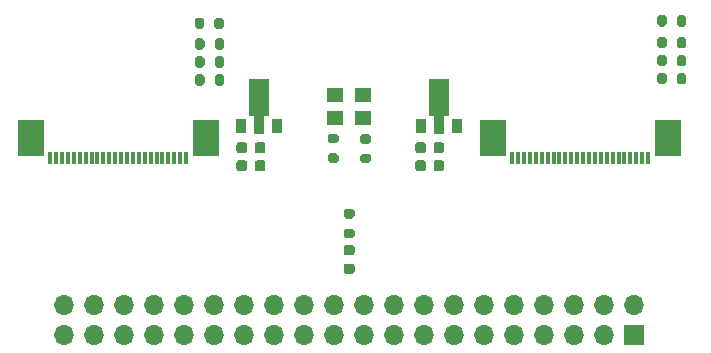
<source format=gbr>
%TF.GenerationSoftware,KiCad,Pcbnew,5.1.9-73d0e3b20d~88~ubuntu18.04.1*%
%TF.CreationDate,2020-12-28T15:28:51+08:00*%
%TF.ProjectId,DoubleCam,446f7562-6c65-4436-916d-2e6b69636164,rev?*%
%TF.SameCoordinates,Original*%
%TF.FileFunction,Soldermask,Top*%
%TF.FilePolarity,Negative*%
%FSLAX46Y46*%
G04 Gerber Fmt 4.6, Leading zero omitted, Abs format (unit mm)*
G04 Created by KiCad (PCBNEW 5.1.9-73d0e3b20d~88~ubuntu18.04.1) date 2020-12-28 15:28:51*
%MOMM*%
%LPD*%
G01*
G04 APERTURE LIST*
%ADD10C,0.100000*%
%ADD11R,0.900000X1.300000*%
%ADD12O,1.700000X1.700000*%
%ADD13R,1.700000X1.700000*%
%ADD14R,1.400000X1.200000*%
%ADD15R,2.300000X3.100000*%
%ADD16R,0.300000X1.100000*%
G04 APERTURE END LIST*
D10*
%TO.C,U1*%
G36*
X158346500Y-73900000D02*
G01*
X158346500Y-77025000D01*
X157930000Y-77025000D01*
X157930000Y-78500000D01*
X157030000Y-78500000D01*
X157030000Y-77025000D01*
X156613500Y-77025000D01*
X156613500Y-73900000D01*
X158346500Y-73900000D01*
G37*
D11*
X158980000Y-77850000D03*
X155980000Y-77850000D03*
%TD*%
%TO.C,U2*%
X171220000Y-77850000D03*
X174220000Y-77850000D03*
D10*
G36*
X173586500Y-73900000D02*
G01*
X173586500Y-77025000D01*
X173170000Y-77025000D01*
X173170000Y-78500000D01*
X172270000Y-78500000D01*
X172270000Y-77025000D01*
X171853500Y-77025000D01*
X171853500Y-73900000D01*
X173586500Y-73900000D01*
G37*
%TD*%
D12*
%TO.C,J3*%
X140970000Y-92964000D03*
X140970000Y-95504000D03*
X143510000Y-92964000D03*
X143510000Y-95504000D03*
X146050000Y-92964000D03*
X146050000Y-95504000D03*
X148590000Y-92964000D03*
X148590000Y-95504000D03*
X151130000Y-92964000D03*
X151130000Y-95504000D03*
X153670000Y-92964000D03*
X153670000Y-95504000D03*
X156210000Y-92964000D03*
X156210000Y-95504000D03*
X158750000Y-92964000D03*
X158750000Y-95504000D03*
X161290000Y-92964000D03*
X161290000Y-95504000D03*
X163830000Y-92964000D03*
X163830000Y-95504000D03*
X166370000Y-92964000D03*
X166370000Y-95504000D03*
X168910000Y-92964000D03*
X168910000Y-95504000D03*
X171450000Y-92964000D03*
X171450000Y-95504000D03*
X173990000Y-92964000D03*
X173990000Y-95504000D03*
X176530000Y-92964000D03*
X176530000Y-95504000D03*
X179070000Y-92964000D03*
X179070000Y-95504000D03*
X181610000Y-92964000D03*
X181610000Y-95504000D03*
X184150000Y-92964000D03*
X184150000Y-95504000D03*
X186690000Y-92964000D03*
X186690000Y-95504000D03*
X189230000Y-92964000D03*
D13*
X189230000Y-95504000D03*
%TD*%
%TO.C,C4*%
G36*
G01*
X171595000Y-79440000D02*
X171595000Y-79940000D01*
G75*
G02*
X171370000Y-80165000I-225000J0D01*
G01*
X170920000Y-80165000D01*
G75*
G02*
X170695000Y-79940000I0J225000D01*
G01*
X170695000Y-79440000D01*
G75*
G02*
X170920000Y-79215000I225000J0D01*
G01*
X171370000Y-79215000D01*
G75*
G02*
X171595000Y-79440000I0J-225000D01*
G01*
G37*
G36*
G01*
X173145000Y-79440000D02*
X173145000Y-79940000D01*
G75*
G02*
X172920000Y-80165000I-225000J0D01*
G01*
X172470000Y-80165000D01*
G75*
G02*
X172245000Y-79940000I0J225000D01*
G01*
X172245000Y-79440000D01*
G75*
G02*
X172470000Y-79215000I225000J0D01*
G01*
X172920000Y-79215000D01*
G75*
G02*
X173145000Y-79440000I0J-225000D01*
G01*
G37*
%TD*%
%TO.C,C3*%
G36*
G01*
X171595000Y-80964000D02*
X171595000Y-81464000D01*
G75*
G02*
X171370000Y-81689000I-225000J0D01*
G01*
X170920000Y-81689000D01*
G75*
G02*
X170695000Y-81464000I0J225000D01*
G01*
X170695000Y-80964000D01*
G75*
G02*
X170920000Y-80739000I225000J0D01*
G01*
X171370000Y-80739000D01*
G75*
G02*
X171595000Y-80964000I0J-225000D01*
G01*
G37*
G36*
G01*
X173145000Y-80964000D02*
X173145000Y-81464000D01*
G75*
G02*
X172920000Y-81689000I-225000J0D01*
G01*
X172470000Y-81689000D01*
G75*
G02*
X172245000Y-81464000I0J225000D01*
G01*
X172245000Y-80964000D01*
G75*
G02*
X172470000Y-80739000I225000J0D01*
G01*
X172920000Y-80739000D01*
G75*
G02*
X173145000Y-80964000I0J-225000D01*
G01*
G37*
%TD*%
%TO.C,C2*%
G36*
G01*
X156455000Y-79440000D02*
X156455000Y-79940000D01*
G75*
G02*
X156230000Y-80165000I-225000J0D01*
G01*
X155780000Y-80165000D01*
G75*
G02*
X155555000Y-79940000I0J225000D01*
G01*
X155555000Y-79440000D01*
G75*
G02*
X155780000Y-79215000I225000J0D01*
G01*
X156230000Y-79215000D01*
G75*
G02*
X156455000Y-79440000I0J-225000D01*
G01*
G37*
G36*
G01*
X158005000Y-79440000D02*
X158005000Y-79940000D01*
G75*
G02*
X157780000Y-80165000I-225000J0D01*
G01*
X157330000Y-80165000D01*
G75*
G02*
X157105000Y-79940000I0J225000D01*
G01*
X157105000Y-79440000D01*
G75*
G02*
X157330000Y-79215000I225000J0D01*
G01*
X157780000Y-79215000D01*
G75*
G02*
X158005000Y-79440000I0J-225000D01*
G01*
G37*
%TD*%
%TO.C,C1*%
G36*
G01*
X156455000Y-80964000D02*
X156455000Y-81464000D01*
G75*
G02*
X156230000Y-81689000I-225000J0D01*
G01*
X155780000Y-81689000D01*
G75*
G02*
X155555000Y-81464000I0J225000D01*
G01*
X155555000Y-80964000D01*
G75*
G02*
X155780000Y-80739000I225000J0D01*
G01*
X156230000Y-80739000D01*
G75*
G02*
X156455000Y-80964000I0J-225000D01*
G01*
G37*
G36*
G01*
X158005000Y-80964000D02*
X158005000Y-81464000D01*
G75*
G02*
X157780000Y-81689000I-225000J0D01*
G01*
X157330000Y-81689000D01*
G75*
G02*
X157105000Y-81464000I0J225000D01*
G01*
X157105000Y-80964000D01*
G75*
G02*
X157330000Y-80739000I225000J0D01*
G01*
X157780000Y-80739000D01*
G75*
G02*
X158005000Y-80964000I0J-225000D01*
G01*
G37*
%TD*%
D14*
%TO.C,X1*%
X166300000Y-77150000D03*
X163900000Y-77150000D03*
X163900000Y-75250000D03*
X166300000Y-75250000D03*
%TD*%
%TO.C,R11*%
G36*
G01*
X164025000Y-79325000D02*
X163475000Y-79325000D01*
G75*
G02*
X163275000Y-79125000I0J200000D01*
G01*
X163275000Y-78725000D01*
G75*
G02*
X163475000Y-78525000I200000J0D01*
G01*
X164025000Y-78525000D01*
G75*
G02*
X164225000Y-78725000I0J-200000D01*
G01*
X164225000Y-79125000D01*
G75*
G02*
X164025000Y-79325000I-200000J0D01*
G01*
G37*
G36*
G01*
X164025000Y-80975000D02*
X163475000Y-80975000D01*
G75*
G02*
X163275000Y-80775000I0J200000D01*
G01*
X163275000Y-80375000D01*
G75*
G02*
X163475000Y-80175000I200000J0D01*
G01*
X164025000Y-80175000D01*
G75*
G02*
X164225000Y-80375000I0J-200000D01*
G01*
X164225000Y-80775000D01*
G75*
G02*
X164025000Y-80975000I-200000J0D01*
G01*
G37*
%TD*%
%TO.C,R10*%
G36*
G01*
X166775000Y-79331000D02*
X166225000Y-79331000D01*
G75*
G02*
X166025000Y-79131000I0J200000D01*
G01*
X166025000Y-78731000D01*
G75*
G02*
X166225000Y-78531000I200000J0D01*
G01*
X166775000Y-78531000D01*
G75*
G02*
X166975000Y-78731000I0J-200000D01*
G01*
X166975000Y-79131000D01*
G75*
G02*
X166775000Y-79331000I-200000J0D01*
G01*
G37*
G36*
G01*
X166775000Y-80981000D02*
X166225000Y-80981000D01*
G75*
G02*
X166025000Y-80781000I0J200000D01*
G01*
X166025000Y-80381000D01*
G75*
G02*
X166225000Y-80181000I200000J0D01*
G01*
X166775000Y-80181000D01*
G75*
G02*
X166975000Y-80381000I0J-200000D01*
G01*
X166975000Y-80781000D01*
G75*
G02*
X166775000Y-80981000I-200000J0D01*
G01*
G37*
%TD*%
%TO.C,R9*%
G36*
G01*
X164825000Y-86531000D02*
X165375000Y-86531000D01*
G75*
G02*
X165575000Y-86731000I0J-200000D01*
G01*
X165575000Y-87131000D01*
G75*
G02*
X165375000Y-87331000I-200000J0D01*
G01*
X164825000Y-87331000D01*
G75*
G02*
X164625000Y-87131000I0J200000D01*
G01*
X164625000Y-86731000D01*
G75*
G02*
X164825000Y-86531000I200000J0D01*
G01*
G37*
G36*
G01*
X164825000Y-84881000D02*
X165375000Y-84881000D01*
G75*
G02*
X165575000Y-85081000I0J-200000D01*
G01*
X165575000Y-85481000D01*
G75*
G02*
X165375000Y-85681000I-200000J0D01*
G01*
X164825000Y-85681000D01*
G75*
G02*
X164625000Y-85481000I0J200000D01*
G01*
X164625000Y-85081000D01*
G75*
G02*
X164825000Y-84881000I200000J0D01*
G01*
G37*
%TD*%
%TO.C,R8*%
G36*
G01*
X153705000Y-74233000D02*
X153705000Y-73683000D01*
G75*
G02*
X153905000Y-73483000I200000J0D01*
G01*
X154305000Y-73483000D01*
G75*
G02*
X154505000Y-73683000I0J-200000D01*
G01*
X154505000Y-74233000D01*
G75*
G02*
X154305000Y-74433000I-200000J0D01*
G01*
X153905000Y-74433000D01*
G75*
G02*
X153705000Y-74233000I0J200000D01*
G01*
G37*
G36*
G01*
X152055000Y-74233000D02*
X152055000Y-73683000D01*
G75*
G02*
X152255000Y-73483000I200000J0D01*
G01*
X152655000Y-73483000D01*
G75*
G02*
X152855000Y-73683000I0J-200000D01*
G01*
X152855000Y-74233000D01*
G75*
G02*
X152655000Y-74433000I-200000J0D01*
G01*
X152255000Y-74433000D01*
G75*
G02*
X152055000Y-74233000I0J200000D01*
G01*
G37*
%TD*%
%TO.C,R7*%
G36*
G01*
X152855000Y-72159000D02*
X152855000Y-72709000D01*
G75*
G02*
X152655000Y-72909000I-200000J0D01*
G01*
X152255000Y-72909000D01*
G75*
G02*
X152055000Y-72709000I0J200000D01*
G01*
X152055000Y-72159000D01*
G75*
G02*
X152255000Y-71959000I200000J0D01*
G01*
X152655000Y-71959000D01*
G75*
G02*
X152855000Y-72159000I0J-200000D01*
G01*
G37*
G36*
G01*
X154505000Y-72159000D02*
X154505000Y-72709000D01*
G75*
G02*
X154305000Y-72909000I-200000J0D01*
G01*
X153905000Y-72909000D01*
G75*
G02*
X153705000Y-72709000I0J200000D01*
G01*
X153705000Y-72159000D01*
G75*
G02*
X153905000Y-71959000I200000J0D01*
G01*
X154305000Y-71959000D01*
G75*
G02*
X154505000Y-72159000I0J-200000D01*
G01*
G37*
%TD*%
%TO.C,R6*%
G36*
G01*
X152855000Y-70635000D02*
X152855000Y-71185000D01*
G75*
G02*
X152655000Y-71385000I-200000J0D01*
G01*
X152255000Y-71385000D01*
G75*
G02*
X152055000Y-71185000I0J200000D01*
G01*
X152055000Y-70635000D01*
G75*
G02*
X152255000Y-70435000I200000J0D01*
G01*
X152655000Y-70435000D01*
G75*
G02*
X152855000Y-70635000I0J-200000D01*
G01*
G37*
G36*
G01*
X154505000Y-70635000D02*
X154505000Y-71185000D01*
G75*
G02*
X154305000Y-71385000I-200000J0D01*
G01*
X153905000Y-71385000D01*
G75*
G02*
X153705000Y-71185000I0J200000D01*
G01*
X153705000Y-70635000D01*
G75*
G02*
X153905000Y-70435000I200000J0D01*
G01*
X154305000Y-70435000D01*
G75*
G02*
X154505000Y-70635000I0J-200000D01*
G01*
G37*
%TD*%
%TO.C,R5*%
G36*
G01*
X152825000Y-68875000D02*
X152825000Y-69425000D01*
G75*
G02*
X152625000Y-69625000I-200000J0D01*
G01*
X152225000Y-69625000D01*
G75*
G02*
X152025000Y-69425000I0J200000D01*
G01*
X152025000Y-68875000D01*
G75*
G02*
X152225000Y-68675000I200000J0D01*
G01*
X152625000Y-68675000D01*
G75*
G02*
X152825000Y-68875000I0J-200000D01*
G01*
G37*
G36*
G01*
X154475000Y-68875000D02*
X154475000Y-69425000D01*
G75*
G02*
X154275000Y-69625000I-200000J0D01*
G01*
X153875000Y-69625000D01*
G75*
G02*
X153675000Y-69425000I0J200000D01*
G01*
X153675000Y-68875000D01*
G75*
G02*
X153875000Y-68675000I200000J0D01*
G01*
X154275000Y-68675000D01*
G75*
G02*
X154475000Y-68875000I0J-200000D01*
G01*
G37*
%TD*%
%TO.C,R4*%
G36*
G01*
X192839000Y-74133000D02*
X192839000Y-73583000D01*
G75*
G02*
X193039000Y-73383000I200000J0D01*
G01*
X193439000Y-73383000D01*
G75*
G02*
X193639000Y-73583000I0J-200000D01*
G01*
X193639000Y-74133000D01*
G75*
G02*
X193439000Y-74333000I-200000J0D01*
G01*
X193039000Y-74333000D01*
G75*
G02*
X192839000Y-74133000I0J200000D01*
G01*
G37*
G36*
G01*
X191189000Y-74133000D02*
X191189000Y-73583000D01*
G75*
G02*
X191389000Y-73383000I200000J0D01*
G01*
X191789000Y-73383000D01*
G75*
G02*
X191989000Y-73583000I0J-200000D01*
G01*
X191989000Y-74133000D01*
G75*
G02*
X191789000Y-74333000I-200000J0D01*
G01*
X191389000Y-74333000D01*
G75*
G02*
X191189000Y-74133000I0J200000D01*
G01*
G37*
%TD*%
%TO.C,R3*%
G36*
G01*
X191989000Y-72059000D02*
X191989000Y-72609000D01*
G75*
G02*
X191789000Y-72809000I-200000J0D01*
G01*
X191389000Y-72809000D01*
G75*
G02*
X191189000Y-72609000I0J200000D01*
G01*
X191189000Y-72059000D01*
G75*
G02*
X191389000Y-71859000I200000J0D01*
G01*
X191789000Y-71859000D01*
G75*
G02*
X191989000Y-72059000I0J-200000D01*
G01*
G37*
G36*
G01*
X193639000Y-72059000D02*
X193639000Y-72609000D01*
G75*
G02*
X193439000Y-72809000I-200000J0D01*
G01*
X193039000Y-72809000D01*
G75*
G02*
X192839000Y-72609000I0J200000D01*
G01*
X192839000Y-72059000D01*
G75*
G02*
X193039000Y-71859000I200000J0D01*
G01*
X193439000Y-71859000D01*
G75*
G02*
X193639000Y-72059000I0J-200000D01*
G01*
G37*
%TD*%
%TO.C,R2*%
G36*
G01*
X191989000Y-70535000D02*
X191989000Y-71085000D01*
G75*
G02*
X191789000Y-71285000I-200000J0D01*
G01*
X191389000Y-71285000D01*
G75*
G02*
X191189000Y-71085000I0J200000D01*
G01*
X191189000Y-70535000D01*
G75*
G02*
X191389000Y-70335000I200000J0D01*
G01*
X191789000Y-70335000D01*
G75*
G02*
X191989000Y-70535000I0J-200000D01*
G01*
G37*
G36*
G01*
X193639000Y-70535000D02*
X193639000Y-71085000D01*
G75*
G02*
X193439000Y-71285000I-200000J0D01*
G01*
X193039000Y-71285000D01*
G75*
G02*
X192839000Y-71085000I0J200000D01*
G01*
X192839000Y-70535000D01*
G75*
G02*
X193039000Y-70335000I200000J0D01*
G01*
X193439000Y-70335000D01*
G75*
G02*
X193639000Y-70535000I0J-200000D01*
G01*
G37*
%TD*%
%TO.C,R1*%
G36*
G01*
X191989000Y-68675000D02*
X191989000Y-69225000D01*
G75*
G02*
X191789000Y-69425000I-200000J0D01*
G01*
X191389000Y-69425000D01*
G75*
G02*
X191189000Y-69225000I0J200000D01*
G01*
X191189000Y-68675000D01*
G75*
G02*
X191389000Y-68475000I200000J0D01*
G01*
X191789000Y-68475000D01*
G75*
G02*
X191989000Y-68675000I0J-200000D01*
G01*
G37*
G36*
G01*
X193639000Y-68675000D02*
X193639000Y-69225000D01*
G75*
G02*
X193439000Y-69425000I-200000J0D01*
G01*
X193039000Y-69425000D01*
G75*
G02*
X192839000Y-69225000I0J200000D01*
G01*
X192839000Y-68675000D01*
G75*
G02*
X193039000Y-68475000I200000J0D01*
G01*
X193439000Y-68475000D01*
G75*
G02*
X193639000Y-68675000I0J-200000D01*
G01*
G37*
%TD*%
D15*
%TO.C,J2*%
X138122000Y-78898000D03*
X152962000Y-78898000D03*
D16*
X139792000Y-80598000D03*
X140292000Y-80598000D03*
X140792000Y-80598000D03*
X141292000Y-80598000D03*
X141792000Y-80598000D03*
X142292000Y-80598000D03*
X142792000Y-80598000D03*
X143292000Y-80598000D03*
X143792000Y-80598000D03*
X144292000Y-80598000D03*
X144792000Y-80598000D03*
X145292000Y-80598000D03*
X145792000Y-80598000D03*
X146292000Y-80598000D03*
X146792000Y-80598000D03*
X147292000Y-80598000D03*
X147792000Y-80598000D03*
X148292000Y-80598000D03*
X148792000Y-80598000D03*
X149292000Y-80598000D03*
X149792000Y-80598000D03*
X150292000Y-80598000D03*
X150792000Y-80598000D03*
X151292000Y-80598000D03*
%TD*%
D15*
%TO.C,J1*%
X177238000Y-78898000D03*
X192078000Y-78898000D03*
D16*
X178908000Y-80598000D03*
X179408000Y-80598000D03*
X179908000Y-80598000D03*
X180408000Y-80598000D03*
X180908000Y-80598000D03*
X181408000Y-80598000D03*
X181908000Y-80598000D03*
X182408000Y-80598000D03*
X182908000Y-80598000D03*
X183408000Y-80598000D03*
X183908000Y-80598000D03*
X184408000Y-80598000D03*
X184908000Y-80598000D03*
X185408000Y-80598000D03*
X185908000Y-80598000D03*
X186408000Y-80598000D03*
X186908000Y-80598000D03*
X187408000Y-80598000D03*
X187908000Y-80598000D03*
X188408000Y-80598000D03*
X188908000Y-80598000D03*
X189408000Y-80598000D03*
X189908000Y-80598000D03*
X190408000Y-80598000D03*
%TD*%
%TO.C,D1*%
G36*
G01*
X165356250Y-88804000D02*
X164843750Y-88804000D01*
G75*
G02*
X164625000Y-88585250I0J218750D01*
G01*
X164625000Y-88147750D01*
G75*
G02*
X164843750Y-87929000I218750J0D01*
G01*
X165356250Y-87929000D01*
G75*
G02*
X165575000Y-88147750I0J-218750D01*
G01*
X165575000Y-88585250D01*
G75*
G02*
X165356250Y-88804000I-218750J0D01*
G01*
G37*
G36*
G01*
X165356250Y-90379000D02*
X164843750Y-90379000D01*
G75*
G02*
X164625000Y-90160250I0J218750D01*
G01*
X164625000Y-89722750D01*
G75*
G02*
X164843750Y-89504000I218750J0D01*
G01*
X165356250Y-89504000D01*
G75*
G02*
X165575000Y-89722750I0J-218750D01*
G01*
X165575000Y-90160250D01*
G75*
G02*
X165356250Y-90379000I-218750J0D01*
G01*
G37*
%TD*%
M02*

</source>
